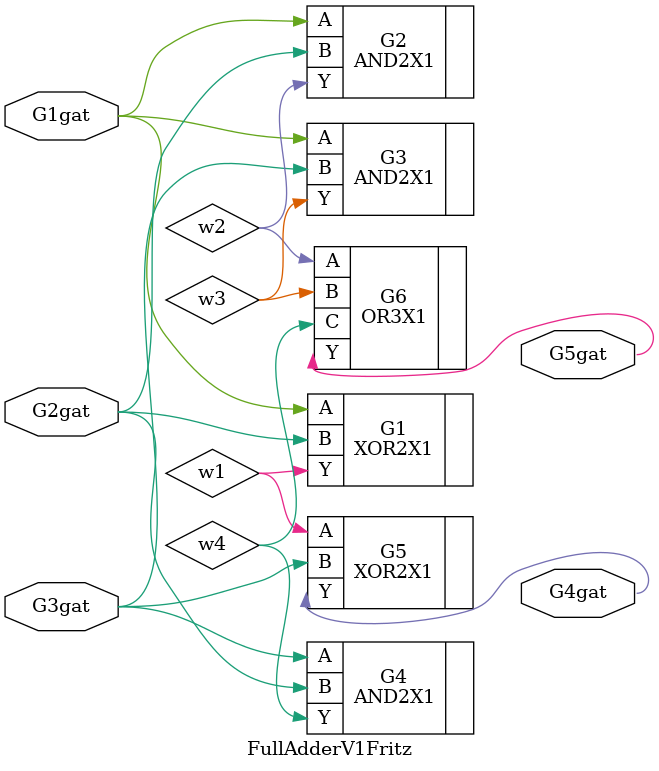
<source format=v>
module FullAdderV1Fritz (
    G1gat, G2gat, G3gat, G4gat, G5gat );
  input  G1gat, G2gat, G3gat;
  output G4gat, G5gat ;
  wire w1, w2, w3, w4;

  XOR2X1    G1(.A(G1gat), .B(G2gat), .Y(w1));
  
  AND2X1    G2(.A(G1gat), .B(G2gat), .Y(w2));
  AND2X1    G3(.A(G1gat), .B(G3gat), .Y(w3));
  AND2X1    G4(.A(G3gat), .B(G2gat), .Y(w4));

  XOR2X1    G5(.A(w1), .B(G3gat), .Y(G4gat));
  OR3X1     G6(.A(w2), .B(w3), .C(w4), .Y(G5gat));

endmodule



</source>
